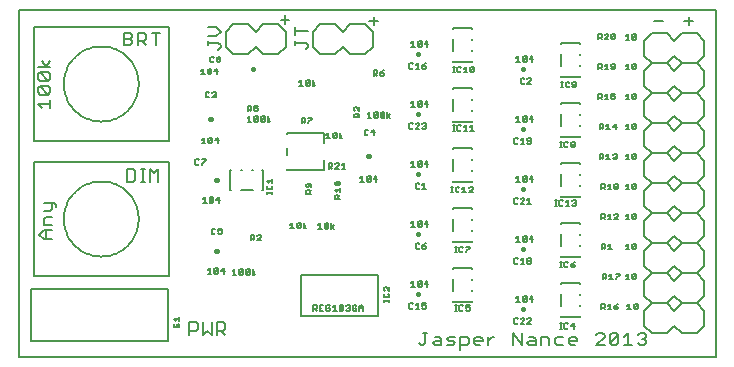
<source format=gto>
G75*
G70*
%OFA0B0*%
%FSLAX24Y24*%
%IPPOS*%
%LPD*%
%AMOC8*
5,1,8,0,0,1.08239X$1,22.5*
%
%ADD10C,0.0080*%
%ADD11C,0.0160*%
%ADD12C,0.0060*%
%ADD13C,0.0050*%
D10*
X001620Y001620D02*
X001620Y013190D01*
X024862Y013190D01*
X024862Y001620D01*
X001620Y001620D01*
X002031Y002164D02*
X006609Y002164D01*
X006609Y003876D01*
X002031Y003876D01*
X002031Y002164D01*
X002120Y004320D02*
X002120Y008120D01*
X006620Y008120D01*
X006620Y004320D01*
X002120Y004320D01*
X002450Y005560D02*
X002310Y005700D01*
X002450Y005840D01*
X002730Y005840D01*
X002730Y006020D02*
X002450Y006020D01*
X002450Y006231D01*
X002520Y006301D01*
X002730Y006301D01*
X002660Y006481D02*
X002450Y006481D01*
X002660Y006481D02*
X002730Y006551D01*
X002730Y006761D01*
X002800Y006761D02*
X002870Y006691D01*
X002870Y006621D01*
X002800Y006761D02*
X002450Y006761D01*
X002520Y005840D02*
X002520Y005560D01*
X002450Y005560D02*
X002730Y005560D01*
X003120Y006220D02*
X003122Y006290D01*
X003128Y006360D01*
X003138Y006429D01*
X003151Y006498D01*
X003169Y006566D01*
X003190Y006633D01*
X003215Y006698D01*
X003244Y006762D01*
X003276Y006825D01*
X003312Y006885D01*
X003351Y006943D01*
X003393Y006999D01*
X003438Y007053D01*
X003486Y007104D01*
X003537Y007152D01*
X003591Y007197D01*
X003647Y007239D01*
X003705Y007278D01*
X003765Y007314D01*
X003828Y007346D01*
X003892Y007375D01*
X003957Y007400D01*
X004024Y007421D01*
X004092Y007439D01*
X004161Y007452D01*
X004230Y007462D01*
X004300Y007468D01*
X004370Y007470D01*
X004440Y007468D01*
X004510Y007462D01*
X004579Y007452D01*
X004648Y007439D01*
X004716Y007421D01*
X004783Y007400D01*
X004848Y007375D01*
X004912Y007346D01*
X004975Y007314D01*
X005035Y007278D01*
X005093Y007239D01*
X005149Y007197D01*
X005203Y007152D01*
X005254Y007104D01*
X005302Y007053D01*
X005347Y006999D01*
X005389Y006943D01*
X005428Y006885D01*
X005464Y006825D01*
X005496Y006762D01*
X005525Y006698D01*
X005550Y006633D01*
X005571Y006566D01*
X005589Y006498D01*
X005602Y006429D01*
X005612Y006360D01*
X005618Y006290D01*
X005620Y006220D01*
X005618Y006150D01*
X005612Y006080D01*
X005602Y006011D01*
X005589Y005942D01*
X005571Y005874D01*
X005550Y005807D01*
X005525Y005742D01*
X005496Y005678D01*
X005464Y005615D01*
X005428Y005555D01*
X005389Y005497D01*
X005347Y005441D01*
X005302Y005387D01*
X005254Y005336D01*
X005203Y005288D01*
X005149Y005243D01*
X005093Y005201D01*
X005035Y005162D01*
X004975Y005126D01*
X004912Y005094D01*
X004848Y005065D01*
X004783Y005040D01*
X004716Y005019D01*
X004648Y005001D01*
X004579Y004988D01*
X004510Y004978D01*
X004440Y004972D01*
X004370Y004970D01*
X004300Y004972D01*
X004230Y004978D01*
X004161Y004988D01*
X004092Y005001D01*
X004024Y005019D01*
X003957Y005040D01*
X003892Y005065D01*
X003828Y005094D01*
X003765Y005126D01*
X003705Y005162D01*
X003647Y005201D01*
X003591Y005243D01*
X003537Y005288D01*
X003486Y005336D01*
X003438Y005387D01*
X003393Y005441D01*
X003351Y005497D01*
X003312Y005555D01*
X003276Y005615D01*
X003244Y005678D01*
X003215Y005742D01*
X003190Y005807D01*
X003169Y005874D01*
X003151Y005942D01*
X003138Y006011D01*
X003128Y006080D01*
X003122Y006150D01*
X003120Y006220D01*
X003122Y006290D01*
X003128Y006360D01*
X003138Y006429D01*
X003151Y006498D01*
X003169Y006566D01*
X003190Y006633D01*
X003215Y006698D01*
X003244Y006762D01*
X003276Y006825D01*
X003312Y006885D01*
X003351Y006943D01*
X003393Y006999D01*
X003438Y007053D01*
X003486Y007104D01*
X003537Y007152D01*
X003591Y007197D01*
X003647Y007239D01*
X003705Y007278D01*
X003765Y007314D01*
X003828Y007346D01*
X003892Y007375D01*
X003957Y007400D01*
X004024Y007421D01*
X004092Y007439D01*
X004161Y007452D01*
X004230Y007462D01*
X004300Y007468D01*
X004370Y007470D01*
X004440Y007468D01*
X004510Y007462D01*
X004579Y007452D01*
X004648Y007439D01*
X004716Y007421D01*
X004783Y007400D01*
X004848Y007375D01*
X004912Y007346D01*
X004975Y007314D01*
X005035Y007278D01*
X005093Y007239D01*
X005149Y007197D01*
X005203Y007152D01*
X005254Y007104D01*
X005302Y007053D01*
X005347Y006999D01*
X005389Y006943D01*
X005428Y006885D01*
X005464Y006825D01*
X005496Y006762D01*
X005525Y006698D01*
X005550Y006633D01*
X005571Y006566D01*
X005589Y006498D01*
X005602Y006429D01*
X005612Y006360D01*
X005618Y006290D01*
X005620Y006220D01*
X005618Y006150D01*
X005612Y006080D01*
X005602Y006011D01*
X005589Y005942D01*
X005571Y005874D01*
X005550Y005807D01*
X005525Y005742D01*
X005496Y005678D01*
X005464Y005615D01*
X005428Y005555D01*
X005389Y005497D01*
X005347Y005441D01*
X005302Y005387D01*
X005254Y005336D01*
X005203Y005288D01*
X005149Y005243D01*
X005093Y005201D01*
X005035Y005162D01*
X004975Y005126D01*
X004912Y005094D01*
X004848Y005065D01*
X004783Y005040D01*
X004716Y005019D01*
X004648Y005001D01*
X004579Y004988D01*
X004510Y004978D01*
X004440Y004972D01*
X004370Y004970D01*
X004300Y004972D01*
X004230Y004978D01*
X004161Y004988D01*
X004092Y005001D01*
X004024Y005019D01*
X003957Y005040D01*
X003892Y005065D01*
X003828Y005094D01*
X003765Y005126D01*
X003705Y005162D01*
X003647Y005201D01*
X003591Y005243D01*
X003537Y005288D01*
X003486Y005336D01*
X003438Y005387D01*
X003393Y005441D01*
X003351Y005497D01*
X003312Y005555D01*
X003276Y005615D01*
X003244Y005678D01*
X003215Y005742D01*
X003190Y005807D01*
X003169Y005874D01*
X003151Y005942D01*
X003138Y006011D01*
X003128Y006080D01*
X003122Y006150D01*
X003120Y006220D01*
X005232Y007460D02*
X005442Y007460D01*
X005513Y007530D01*
X005513Y007810D01*
X005442Y007880D01*
X005232Y007880D01*
X005232Y007460D01*
X005693Y007460D02*
X005833Y007460D01*
X005763Y007460D02*
X005763Y007880D01*
X005693Y007880D02*
X005833Y007880D01*
X006000Y007880D02*
X006140Y007740D01*
X006280Y007880D01*
X006280Y007460D01*
X006000Y007460D02*
X006000Y007880D01*
X006620Y008820D02*
X002120Y008820D01*
X002120Y012620D01*
X006620Y012620D01*
X006620Y008820D01*
X008660Y007839D02*
X008697Y007839D01*
X008660Y007839D02*
X008660Y007201D01*
X008697Y007201D01*
X009014Y007201D02*
X009426Y007201D01*
X009743Y007201D02*
X009780Y007201D01*
X009780Y007839D01*
X009743Y007839D01*
X009426Y007839D02*
X009389Y007839D01*
X009051Y007839D02*
X009014Y007839D01*
X010570Y007860D02*
X011791Y007860D01*
X011791Y008175D01*
X011791Y008765D02*
X011791Y009080D01*
X010570Y009080D01*
X010570Y009061D01*
X010570Y008588D02*
X010570Y008352D01*
X010570Y007879D02*
X010570Y007860D01*
X016101Y007814D02*
X016101Y008226D01*
X016101Y008543D02*
X016101Y008580D01*
X016739Y008580D01*
X016739Y008543D01*
X016739Y008226D02*
X016739Y008189D01*
X016739Y007851D02*
X016739Y007814D01*
X016739Y007497D02*
X016739Y007460D01*
X016101Y007460D01*
X016101Y007497D01*
X016101Y006580D02*
X016101Y006543D01*
X016101Y006580D02*
X016739Y006580D01*
X016739Y006543D01*
X016739Y006226D02*
X016739Y006189D01*
X016739Y005851D02*
X016739Y005814D01*
X016739Y005497D02*
X016739Y005460D01*
X016101Y005460D01*
X016101Y005497D01*
X016101Y005814D02*
X016101Y006226D01*
X016101Y004580D02*
X016101Y004543D01*
X016101Y004580D02*
X016739Y004580D01*
X016739Y004543D01*
X016739Y004226D02*
X016739Y004189D01*
X016739Y003851D02*
X016739Y003814D01*
X016739Y003497D02*
X016739Y003460D01*
X016101Y003460D01*
X016101Y003497D01*
X016101Y003814D02*
X016101Y004226D01*
X013610Y004340D02*
X013610Y003000D01*
X011030Y003000D01*
X011030Y004340D01*
X013610Y004340D01*
X015100Y002430D02*
X015240Y002430D01*
X015170Y002430D02*
X015170Y002080D01*
X015100Y002010D01*
X015030Y002010D01*
X014960Y002080D01*
X015420Y002080D02*
X015490Y002010D01*
X015701Y002010D01*
X015701Y002220D01*
X015631Y002290D01*
X015490Y002290D01*
X015490Y002150D02*
X015701Y002150D01*
X015881Y002220D02*
X015951Y002290D01*
X016161Y002290D01*
X016091Y002150D02*
X015951Y002150D01*
X015881Y002220D01*
X016091Y002150D02*
X016161Y002080D01*
X016091Y002010D01*
X015881Y002010D01*
X016341Y002010D02*
X016551Y002010D01*
X016621Y002080D01*
X016621Y002220D01*
X016551Y002290D01*
X016341Y002290D01*
X016341Y001870D01*
X016802Y002080D02*
X016802Y002220D01*
X016872Y002290D01*
X017012Y002290D01*
X017082Y002220D01*
X017082Y002150D01*
X016802Y002150D01*
X016802Y002080D02*
X016872Y002010D01*
X017012Y002010D01*
X017262Y002010D02*
X017262Y002290D01*
X017262Y002150D02*
X017402Y002290D01*
X017472Y002290D01*
X018106Y002430D02*
X018106Y002010D01*
X018386Y002010D02*
X018386Y002430D01*
X018106Y002430D02*
X018386Y002010D01*
X018566Y002080D02*
X018636Y002150D01*
X018847Y002150D01*
X018847Y002220D02*
X018847Y002010D01*
X018636Y002010D01*
X018566Y002080D01*
X018636Y002290D02*
X018777Y002290D01*
X018847Y002220D01*
X019027Y002290D02*
X019237Y002290D01*
X019307Y002220D01*
X019307Y002010D01*
X019487Y002080D02*
X019557Y002010D01*
X019767Y002010D01*
X019948Y002080D02*
X019948Y002220D01*
X020018Y002290D01*
X020158Y002290D01*
X020228Y002220D01*
X020228Y002150D01*
X019948Y002150D01*
X019948Y002080D02*
X020018Y002010D01*
X020158Y002010D01*
X019767Y002290D02*
X019557Y002290D01*
X019487Y002220D01*
X019487Y002080D01*
X019027Y002010D02*
X019027Y002290D01*
X019701Y002960D02*
X019701Y002997D01*
X019701Y002960D02*
X020339Y002960D01*
X020339Y002997D01*
X020339Y003314D02*
X020339Y003351D01*
X020339Y003689D02*
X020339Y003726D01*
X020339Y004043D02*
X020339Y004080D01*
X019701Y004080D01*
X019701Y004043D01*
X019701Y003726D02*
X019701Y003314D01*
X020868Y002360D02*
X020938Y002430D01*
X021079Y002430D01*
X021149Y002360D01*
X021149Y002290D01*
X020868Y002010D01*
X021149Y002010D01*
X021329Y002080D02*
X021609Y002360D01*
X021609Y002080D01*
X021539Y002010D01*
X021399Y002010D01*
X021329Y002080D01*
X021329Y002360D01*
X021399Y002430D01*
X021539Y002430D01*
X021609Y002360D01*
X021789Y002290D02*
X021929Y002430D01*
X021929Y002010D01*
X021789Y002010D02*
X022069Y002010D01*
X022250Y002080D02*
X022320Y002010D01*
X022460Y002010D01*
X022530Y002080D01*
X022530Y002150D01*
X022460Y002220D01*
X022390Y002220D01*
X022460Y002220D02*
X022530Y002290D01*
X022530Y002360D01*
X022460Y002430D01*
X022320Y002430D01*
X022250Y002360D01*
X022470Y002670D02*
X022470Y003170D01*
X022720Y003420D01*
X022470Y003670D01*
X022470Y004170D01*
X022720Y004420D01*
X022470Y004670D01*
X022470Y005170D01*
X022720Y005420D01*
X022470Y005670D01*
X022470Y006170D01*
X022720Y006420D01*
X022470Y006670D01*
X022470Y007170D01*
X022720Y007420D01*
X022470Y007670D01*
X022470Y008170D01*
X022720Y008420D01*
X022470Y008670D01*
X022470Y009170D01*
X022720Y009420D01*
X022470Y009670D01*
X022470Y010170D01*
X022720Y010420D01*
X022470Y010670D01*
X022470Y011170D01*
X022720Y011420D01*
X022470Y011670D01*
X022470Y012170D01*
X022720Y012420D01*
X023220Y012420D01*
X023470Y012170D01*
X023720Y012420D01*
X024220Y012420D01*
X024470Y012170D01*
X024470Y011670D01*
X024220Y011420D01*
X023720Y011420D01*
X023470Y011670D01*
X023220Y011420D01*
X022720Y011420D01*
X023220Y011420D02*
X023470Y011170D01*
X023720Y011420D01*
X024220Y011420D02*
X024470Y011170D01*
X024470Y010670D01*
X024220Y010420D01*
X023720Y010420D01*
X023470Y010670D01*
X023220Y010420D01*
X022720Y010420D01*
X023220Y010420D02*
X023470Y010170D01*
X023720Y010420D01*
X024220Y010420D02*
X024470Y010170D01*
X024470Y009670D01*
X024220Y009420D01*
X023720Y009420D01*
X023470Y009670D01*
X023220Y009420D01*
X022720Y009420D01*
X023220Y009420D02*
X023470Y009170D01*
X023720Y009420D01*
X024220Y009420D02*
X024470Y009170D01*
X024470Y008670D01*
X024220Y008420D01*
X023720Y008420D01*
X023470Y008670D01*
X023220Y008420D01*
X022720Y008420D01*
X023220Y008420D02*
X023470Y008170D01*
X023720Y008420D01*
X024220Y008420D02*
X024470Y008170D01*
X024470Y007670D01*
X024220Y007420D01*
X023720Y007420D01*
X023470Y007670D01*
X023220Y007420D01*
X022720Y007420D01*
X023220Y007420D02*
X023470Y007170D01*
X023720Y007420D01*
X024220Y007420D02*
X024470Y007170D01*
X024470Y006670D01*
X024220Y006420D01*
X023720Y006420D01*
X023470Y006670D01*
X023220Y006420D01*
X022720Y006420D01*
X023220Y006420D02*
X023470Y006170D01*
X023720Y006420D01*
X024220Y006420D02*
X024470Y006170D01*
X024470Y005670D01*
X024220Y005420D01*
X023720Y005420D01*
X023470Y005670D01*
X023220Y005420D01*
X022720Y005420D01*
X023220Y005420D02*
X023470Y005170D01*
X023720Y005420D01*
X024220Y005420D02*
X024470Y005170D01*
X024470Y004670D01*
X024220Y004420D01*
X023720Y004420D01*
X023470Y004670D01*
X023220Y004420D01*
X022720Y004420D01*
X023220Y004420D02*
X023470Y004170D01*
X023720Y004420D01*
X024220Y004420D02*
X024470Y004170D01*
X024470Y003670D01*
X024220Y003420D01*
X023720Y003420D01*
X023470Y003670D01*
X023220Y003420D01*
X022720Y003420D01*
X023220Y003420D02*
X023470Y003170D01*
X023720Y003420D01*
X024220Y003420D02*
X024470Y003170D01*
X024470Y002670D01*
X024220Y002420D01*
X023720Y002420D01*
X023470Y002670D01*
X023220Y002420D01*
X022720Y002420D01*
X022470Y002670D01*
X020339Y004960D02*
X019701Y004960D01*
X019701Y004997D01*
X019701Y005314D02*
X019701Y005726D01*
X019701Y006043D02*
X019701Y006080D01*
X020339Y006080D01*
X020339Y006043D01*
X020339Y005726D02*
X020339Y005689D01*
X020339Y005351D02*
X020339Y005314D01*
X020339Y004997D02*
X020339Y004960D01*
X020339Y006960D02*
X019701Y006960D01*
X019701Y006997D01*
X019701Y007314D02*
X019701Y007726D01*
X019701Y008043D02*
X019701Y008080D01*
X020339Y008080D01*
X020339Y008043D01*
X020339Y007726D02*
X020339Y007689D01*
X020339Y007351D02*
X020339Y007314D01*
X020339Y006997D02*
X020339Y006960D01*
X020339Y008960D02*
X019701Y008960D01*
X019701Y008997D01*
X019701Y009314D02*
X019701Y009726D01*
X019701Y010043D02*
X019701Y010080D01*
X020339Y010080D01*
X020339Y010043D01*
X020339Y009726D02*
X020339Y009689D01*
X020339Y009351D02*
X020339Y009314D01*
X020339Y008997D02*
X020339Y008960D01*
X016739Y009460D02*
X016739Y009497D01*
X016739Y009460D02*
X016101Y009460D01*
X016101Y009497D01*
X016101Y009814D02*
X016101Y010226D01*
X016101Y010543D02*
X016101Y010580D01*
X016739Y010580D01*
X016739Y010543D01*
X016739Y010226D02*
X016739Y010189D01*
X016739Y009851D02*
X016739Y009814D01*
X019701Y010960D02*
X019701Y010997D01*
X019701Y010960D02*
X020339Y010960D01*
X020339Y010997D01*
X020339Y011314D02*
X020339Y011351D01*
X020339Y011689D02*
X020339Y011726D01*
X020339Y012043D02*
X020339Y012080D01*
X019701Y012080D01*
X019701Y012043D01*
X019701Y011726D02*
X019701Y011314D01*
X016739Y011460D02*
X016739Y011497D01*
X016739Y011460D02*
X016101Y011460D01*
X016101Y011497D01*
X016101Y011814D02*
X016101Y012226D01*
X016101Y012543D02*
X016101Y012580D01*
X016739Y012580D01*
X016739Y012543D01*
X016739Y012226D02*
X016739Y012189D01*
X016739Y011851D02*
X016739Y011814D01*
X013590Y012820D02*
X013310Y012820D01*
X013170Y012720D02*
X012670Y012720D01*
X012420Y012470D01*
X012170Y012720D01*
X011670Y012720D01*
X011420Y012470D01*
X011420Y011970D01*
X011670Y011720D01*
X012170Y011720D01*
X012420Y011970D01*
X012670Y011720D01*
X013170Y011720D01*
X013420Y011970D01*
X013420Y012470D01*
X013170Y012720D01*
X013450Y012680D02*
X013450Y012960D01*
X011260Y012481D02*
X010840Y012481D01*
X010840Y012621D02*
X010840Y012340D01*
X010840Y012160D02*
X010840Y012020D01*
X010840Y012090D02*
X011190Y012090D01*
X011260Y012020D01*
X011260Y011950D01*
X011190Y011880D01*
X010520Y011970D02*
X010270Y011720D01*
X009770Y011720D01*
X009520Y011970D01*
X009270Y011720D01*
X008770Y011720D01*
X008520Y011970D01*
X008520Y012470D01*
X008770Y012720D01*
X009270Y012720D01*
X009520Y012470D01*
X009770Y012720D01*
X010270Y012720D01*
X010520Y012470D01*
X010520Y011970D01*
X010500Y012730D02*
X010500Y013010D01*
X010360Y012870D02*
X010640Y012870D01*
X008350Y012470D02*
X008210Y012610D01*
X007930Y012610D01*
X007930Y012330D02*
X008210Y012330D01*
X008350Y012470D01*
X007930Y012149D02*
X007930Y012009D01*
X007930Y012079D02*
X008280Y012079D01*
X008350Y012009D01*
X008350Y011939D01*
X008280Y011869D01*
X006330Y012430D02*
X006050Y012430D01*
X006190Y012430D02*
X006190Y012010D01*
X005869Y012010D02*
X005729Y012150D01*
X005799Y012150D02*
X005589Y012150D01*
X005589Y012010D02*
X005589Y012430D01*
X005799Y012430D01*
X005869Y012360D01*
X005869Y012220D01*
X005799Y012150D01*
X005409Y012150D02*
X005409Y012080D01*
X005339Y012010D01*
X005129Y012010D01*
X005129Y012430D01*
X005339Y012430D01*
X005409Y012360D01*
X005409Y012290D01*
X005339Y012220D01*
X005129Y012220D01*
X005339Y012220D02*
X005409Y012150D01*
X003120Y010720D02*
X003122Y010790D01*
X003128Y010860D01*
X003138Y010929D01*
X003151Y010998D01*
X003169Y011066D01*
X003190Y011133D01*
X003215Y011198D01*
X003244Y011262D01*
X003276Y011325D01*
X003312Y011385D01*
X003351Y011443D01*
X003393Y011499D01*
X003438Y011553D01*
X003486Y011604D01*
X003537Y011652D01*
X003591Y011697D01*
X003647Y011739D01*
X003705Y011778D01*
X003765Y011814D01*
X003828Y011846D01*
X003892Y011875D01*
X003957Y011900D01*
X004024Y011921D01*
X004092Y011939D01*
X004161Y011952D01*
X004230Y011962D01*
X004300Y011968D01*
X004370Y011970D01*
X004440Y011968D01*
X004510Y011962D01*
X004579Y011952D01*
X004648Y011939D01*
X004716Y011921D01*
X004783Y011900D01*
X004848Y011875D01*
X004912Y011846D01*
X004975Y011814D01*
X005035Y011778D01*
X005093Y011739D01*
X005149Y011697D01*
X005203Y011652D01*
X005254Y011604D01*
X005302Y011553D01*
X005347Y011499D01*
X005389Y011443D01*
X005428Y011385D01*
X005464Y011325D01*
X005496Y011262D01*
X005525Y011198D01*
X005550Y011133D01*
X005571Y011066D01*
X005589Y010998D01*
X005602Y010929D01*
X005612Y010860D01*
X005618Y010790D01*
X005620Y010720D01*
X005618Y010650D01*
X005612Y010580D01*
X005602Y010511D01*
X005589Y010442D01*
X005571Y010374D01*
X005550Y010307D01*
X005525Y010242D01*
X005496Y010178D01*
X005464Y010115D01*
X005428Y010055D01*
X005389Y009997D01*
X005347Y009941D01*
X005302Y009887D01*
X005254Y009836D01*
X005203Y009788D01*
X005149Y009743D01*
X005093Y009701D01*
X005035Y009662D01*
X004975Y009626D01*
X004912Y009594D01*
X004848Y009565D01*
X004783Y009540D01*
X004716Y009519D01*
X004648Y009501D01*
X004579Y009488D01*
X004510Y009478D01*
X004440Y009472D01*
X004370Y009470D01*
X004300Y009472D01*
X004230Y009478D01*
X004161Y009488D01*
X004092Y009501D01*
X004024Y009519D01*
X003957Y009540D01*
X003892Y009565D01*
X003828Y009594D01*
X003765Y009626D01*
X003705Y009662D01*
X003647Y009701D01*
X003591Y009743D01*
X003537Y009788D01*
X003486Y009836D01*
X003438Y009887D01*
X003393Y009941D01*
X003351Y009997D01*
X003312Y010055D01*
X003276Y010115D01*
X003244Y010178D01*
X003215Y010242D01*
X003190Y010307D01*
X003169Y010374D01*
X003151Y010442D01*
X003138Y010511D01*
X003128Y010580D01*
X003122Y010650D01*
X003120Y010720D01*
X002680Y010581D02*
X002680Y010440D01*
X002610Y010370D01*
X002330Y010651D01*
X002610Y010651D01*
X002680Y010581D01*
X002330Y010651D02*
X002260Y010581D01*
X002260Y010440D01*
X002330Y010370D01*
X002610Y010370D01*
X002680Y010190D02*
X002680Y009910D01*
X002680Y010050D02*
X002260Y010050D01*
X002400Y009910D01*
X002330Y010831D02*
X002260Y010901D01*
X002260Y011041D01*
X002330Y011111D01*
X002610Y010831D01*
X002680Y010901D01*
X002680Y011041D01*
X002610Y011111D01*
X002330Y011111D01*
X002330Y010831D02*
X002610Y010831D01*
X002680Y011291D02*
X002260Y011291D01*
X002400Y011501D02*
X002540Y011291D01*
X002680Y011501D01*
X003120Y010720D02*
X003122Y010790D01*
X003128Y010860D01*
X003138Y010929D01*
X003151Y010998D01*
X003169Y011066D01*
X003190Y011133D01*
X003215Y011198D01*
X003244Y011262D01*
X003276Y011325D01*
X003312Y011385D01*
X003351Y011443D01*
X003393Y011499D01*
X003438Y011553D01*
X003486Y011604D01*
X003537Y011652D01*
X003591Y011697D01*
X003647Y011739D01*
X003705Y011778D01*
X003765Y011814D01*
X003828Y011846D01*
X003892Y011875D01*
X003957Y011900D01*
X004024Y011921D01*
X004092Y011939D01*
X004161Y011952D01*
X004230Y011962D01*
X004300Y011968D01*
X004370Y011970D01*
X004440Y011968D01*
X004510Y011962D01*
X004579Y011952D01*
X004648Y011939D01*
X004716Y011921D01*
X004783Y011900D01*
X004848Y011875D01*
X004912Y011846D01*
X004975Y011814D01*
X005035Y011778D01*
X005093Y011739D01*
X005149Y011697D01*
X005203Y011652D01*
X005254Y011604D01*
X005302Y011553D01*
X005347Y011499D01*
X005389Y011443D01*
X005428Y011385D01*
X005464Y011325D01*
X005496Y011262D01*
X005525Y011198D01*
X005550Y011133D01*
X005571Y011066D01*
X005589Y010998D01*
X005602Y010929D01*
X005612Y010860D01*
X005618Y010790D01*
X005620Y010720D01*
X005618Y010650D01*
X005612Y010580D01*
X005602Y010511D01*
X005589Y010442D01*
X005571Y010374D01*
X005550Y010307D01*
X005525Y010242D01*
X005496Y010178D01*
X005464Y010115D01*
X005428Y010055D01*
X005389Y009997D01*
X005347Y009941D01*
X005302Y009887D01*
X005254Y009836D01*
X005203Y009788D01*
X005149Y009743D01*
X005093Y009701D01*
X005035Y009662D01*
X004975Y009626D01*
X004912Y009594D01*
X004848Y009565D01*
X004783Y009540D01*
X004716Y009519D01*
X004648Y009501D01*
X004579Y009488D01*
X004510Y009478D01*
X004440Y009472D01*
X004370Y009470D01*
X004300Y009472D01*
X004230Y009478D01*
X004161Y009488D01*
X004092Y009501D01*
X004024Y009519D01*
X003957Y009540D01*
X003892Y009565D01*
X003828Y009594D01*
X003765Y009626D01*
X003705Y009662D01*
X003647Y009701D01*
X003591Y009743D01*
X003537Y009788D01*
X003486Y009836D01*
X003438Y009887D01*
X003393Y009941D01*
X003351Y009997D01*
X003312Y010055D01*
X003276Y010115D01*
X003244Y010178D01*
X003215Y010242D01*
X003190Y010307D01*
X003169Y010374D01*
X003151Y010442D01*
X003138Y010511D01*
X003128Y010580D01*
X003122Y010650D01*
X003120Y010720D01*
X007310Y002780D02*
X007520Y002780D01*
X007590Y002710D01*
X007590Y002570D01*
X007520Y002500D01*
X007310Y002500D01*
X007310Y002360D02*
X007310Y002780D01*
X007770Y002780D02*
X007770Y002360D01*
X007911Y002500D01*
X008051Y002360D01*
X008051Y002780D01*
X008231Y002780D02*
X008441Y002780D01*
X008511Y002710D01*
X008511Y002570D01*
X008441Y002500D01*
X008231Y002500D01*
X008371Y002500D02*
X008511Y002360D01*
X008231Y002360D02*
X008231Y002780D01*
X015420Y002080D02*
X015490Y002150D01*
X023950Y012680D02*
X023950Y012960D01*
X023810Y012820D02*
X024090Y012820D01*
X023090Y012820D02*
X022810Y012820D01*
D11*
X018420Y011232D02*
X018420Y011208D01*
X014920Y011708D02*
X014920Y011732D01*
X014920Y009732D02*
X014920Y009708D01*
X013282Y008320D02*
X013258Y008320D01*
X014920Y007732D02*
X014920Y007708D01*
X018420Y007232D02*
X018420Y007208D01*
X014920Y005732D02*
X014920Y005708D01*
X018420Y005232D02*
X018420Y005208D01*
X014920Y003732D02*
X014920Y003708D01*
X018420Y003232D02*
X018420Y003208D01*
X008232Y005170D02*
X008208Y005170D01*
X008208Y007520D02*
X008232Y007520D01*
X008032Y009570D02*
X008008Y009570D01*
X009420Y011208D02*
X009420Y011232D01*
X018420Y009232D02*
X018420Y009208D01*
D12*
X018463Y009460D02*
X018433Y009490D01*
X018553Y009610D01*
X018553Y009490D01*
X018523Y009460D01*
X018463Y009460D01*
X018433Y009490D02*
X018433Y009610D01*
X018463Y009640D01*
X018523Y009640D01*
X018553Y009610D01*
X018654Y009550D02*
X018774Y009550D01*
X018744Y009460D02*
X018744Y009640D01*
X018654Y009550D01*
X018332Y009460D02*
X018212Y009460D01*
X018272Y009460D02*
X018272Y009640D01*
X018212Y009580D01*
X018227Y008915D02*
X018167Y008915D01*
X018137Y008885D01*
X018137Y008765D01*
X018167Y008735D01*
X018227Y008735D01*
X018257Y008765D01*
X018358Y008735D02*
X018478Y008735D01*
X018418Y008735D02*
X018418Y008915D01*
X018358Y008855D01*
X018257Y008885D02*
X018227Y008915D01*
X018579Y008885D02*
X018579Y008855D01*
X018609Y008825D01*
X018699Y008825D01*
X018699Y008765D02*
X018699Y008885D01*
X018669Y008915D01*
X018609Y008915D01*
X018579Y008885D01*
X018579Y008765D02*
X018609Y008735D01*
X018669Y008735D01*
X018699Y008765D01*
X019661Y008790D02*
X019721Y008790D01*
X019691Y008790D02*
X019691Y008610D01*
X019661Y008610D02*
X019721Y008610D01*
X019808Y008640D02*
X019838Y008610D01*
X019898Y008610D01*
X019928Y008640D01*
X020029Y008640D02*
X020029Y008670D01*
X020059Y008700D01*
X020119Y008700D01*
X020149Y008670D01*
X020149Y008640D01*
X020119Y008610D01*
X020059Y008610D01*
X020029Y008640D01*
X020059Y008700D02*
X020029Y008730D01*
X020029Y008760D01*
X020059Y008790D01*
X020119Y008790D01*
X020149Y008760D01*
X020149Y008730D01*
X020119Y008700D01*
X019928Y008760D02*
X019898Y008790D01*
X019838Y008790D01*
X019808Y008760D01*
X019808Y008640D01*
X020987Y008390D02*
X020987Y008210D01*
X020987Y008270D02*
X021077Y008270D01*
X021107Y008300D01*
X021107Y008360D01*
X021077Y008390D01*
X020987Y008390D01*
X021047Y008270D02*
X021107Y008210D01*
X021208Y008210D02*
X021328Y008210D01*
X021268Y008210D02*
X021268Y008390D01*
X021208Y008330D01*
X021429Y008360D02*
X021459Y008390D01*
X021519Y008390D01*
X021549Y008360D01*
X021549Y008330D01*
X021519Y008300D01*
X021549Y008270D01*
X021549Y008240D01*
X021519Y008210D01*
X021459Y008210D01*
X021429Y008240D01*
X021489Y008300D02*
X021519Y008300D01*
X021858Y008330D02*
X021918Y008390D01*
X021918Y008210D01*
X021858Y008210D02*
X021978Y008210D01*
X022079Y008240D02*
X022199Y008360D01*
X022199Y008240D01*
X022169Y008210D01*
X022109Y008210D01*
X022079Y008240D01*
X022079Y008360D01*
X022109Y008390D01*
X022169Y008390D01*
X022199Y008360D01*
X022169Y009210D02*
X022109Y009210D01*
X022079Y009240D01*
X022199Y009360D01*
X022199Y009240D01*
X022169Y009210D01*
X022079Y009240D02*
X022079Y009360D01*
X022109Y009390D01*
X022169Y009390D01*
X022199Y009360D01*
X021978Y009210D02*
X021858Y009210D01*
X021918Y009210D02*
X021918Y009390D01*
X021858Y009330D01*
X021549Y009300D02*
X021429Y009300D01*
X021519Y009390D01*
X021519Y009210D01*
X021328Y009210D02*
X021208Y009210D01*
X021268Y009210D02*
X021268Y009390D01*
X021208Y009330D01*
X021107Y009300D02*
X021077Y009270D01*
X020987Y009270D01*
X020987Y009210D02*
X020987Y009390D01*
X021077Y009390D01*
X021107Y009360D01*
X021107Y009300D01*
X021047Y009270D02*
X021107Y009210D01*
X021057Y010210D02*
X020997Y010270D01*
X021027Y010270D02*
X020937Y010270D01*
X020937Y010210D02*
X020937Y010390D01*
X021027Y010390D01*
X021057Y010360D01*
X021057Y010300D01*
X021027Y010270D01*
X021158Y010210D02*
X021278Y010210D01*
X021218Y010210D02*
X021218Y010390D01*
X021158Y010330D01*
X021379Y010300D02*
X021439Y010330D01*
X021469Y010330D01*
X021499Y010300D01*
X021499Y010240D01*
X021469Y010210D01*
X021409Y010210D01*
X021379Y010240D01*
X021379Y010300D02*
X021379Y010390D01*
X021499Y010390D01*
X021858Y010330D02*
X021918Y010390D01*
X021918Y010210D01*
X021858Y010210D02*
X021978Y010210D01*
X022079Y010240D02*
X022199Y010360D01*
X022199Y010240D01*
X022169Y010210D01*
X022109Y010210D01*
X022079Y010240D01*
X022079Y010360D01*
X022109Y010390D01*
X022169Y010390D01*
X022199Y010360D01*
X022169Y011210D02*
X022109Y011210D01*
X022079Y011240D01*
X022199Y011360D01*
X022199Y011240D01*
X022169Y011210D01*
X022079Y011240D02*
X022079Y011360D01*
X022109Y011390D01*
X022169Y011390D01*
X022199Y011360D01*
X021978Y011210D02*
X021858Y011210D01*
X021918Y011210D02*
X021918Y011390D01*
X021858Y011330D01*
X021499Y011300D02*
X021409Y011300D01*
X021379Y011330D01*
X021379Y011360D01*
X021409Y011390D01*
X021469Y011390D01*
X021499Y011360D01*
X021499Y011240D01*
X021469Y011210D01*
X021409Y011210D01*
X021379Y011240D01*
X021278Y011210D02*
X021158Y011210D01*
X021218Y011210D02*
X021218Y011390D01*
X021158Y011330D01*
X021057Y011300D02*
X021027Y011270D01*
X020937Y011270D01*
X020937Y011210D02*
X020937Y011390D01*
X021027Y011390D01*
X021057Y011360D01*
X021057Y011300D01*
X020997Y011270D02*
X021057Y011210D01*
X020199Y010760D02*
X020169Y010790D01*
X020109Y010790D01*
X020079Y010760D01*
X020079Y010730D01*
X020109Y010700D01*
X020199Y010700D01*
X020199Y010640D02*
X020199Y010760D01*
X020199Y010640D02*
X020169Y010610D01*
X020109Y010610D01*
X020079Y010640D01*
X019978Y010640D02*
X019948Y010610D01*
X019888Y010610D01*
X019858Y010640D01*
X019858Y010760D01*
X019888Y010790D01*
X019948Y010790D01*
X019978Y010760D01*
X019771Y010790D02*
X019711Y010790D01*
X019741Y010790D02*
X019741Y010610D01*
X019711Y010610D02*
X019771Y010610D01*
X018699Y010735D02*
X018579Y010735D01*
X018699Y010855D01*
X018699Y010885D01*
X018669Y010915D01*
X018609Y010915D01*
X018579Y010885D01*
X018478Y010885D02*
X018448Y010915D01*
X018388Y010915D01*
X018358Y010885D01*
X018358Y010765D01*
X018388Y010735D01*
X018448Y010735D01*
X018478Y010765D01*
X018463Y011460D02*
X018433Y011490D01*
X018553Y011610D01*
X018553Y011490D01*
X018523Y011460D01*
X018463Y011460D01*
X018433Y011490D02*
X018433Y011610D01*
X018463Y011640D01*
X018523Y011640D01*
X018553Y011610D01*
X018654Y011550D02*
X018774Y011550D01*
X018744Y011460D02*
X018744Y011640D01*
X018654Y011550D01*
X018332Y011460D02*
X018212Y011460D01*
X018272Y011460D02*
X018272Y011640D01*
X018212Y011580D01*
X016799Y011260D02*
X016679Y011140D01*
X016709Y011110D01*
X016769Y011110D01*
X016799Y011140D01*
X016799Y011260D01*
X016769Y011290D01*
X016709Y011290D01*
X016679Y011260D01*
X016679Y011140D01*
X016578Y011110D02*
X016458Y011110D01*
X016518Y011110D02*
X016518Y011290D01*
X016458Y011230D01*
X016357Y011260D02*
X016327Y011290D01*
X016267Y011290D01*
X016237Y011260D01*
X016237Y011140D01*
X016267Y011110D01*
X016327Y011110D01*
X016357Y011140D01*
X016150Y011110D02*
X016090Y011110D01*
X016120Y011110D02*
X016120Y011290D01*
X016090Y011290D02*
X016150Y011290D01*
X015199Y011295D02*
X015169Y011325D01*
X015079Y011325D01*
X015079Y011265D01*
X015109Y011235D01*
X015169Y011235D01*
X015199Y011265D01*
X015199Y011295D01*
X015139Y011385D02*
X015079Y011325D01*
X015139Y011385D02*
X015199Y011415D01*
X014918Y011415D02*
X014858Y011355D01*
X014918Y011415D02*
X014918Y011235D01*
X014858Y011235D02*
X014978Y011235D01*
X014757Y011265D02*
X014727Y011235D01*
X014667Y011235D01*
X014637Y011265D01*
X014637Y011385D01*
X014667Y011415D01*
X014727Y011415D01*
X014757Y011385D01*
X014772Y011960D02*
X014772Y012140D01*
X014712Y012080D01*
X014712Y011960D02*
X014832Y011960D01*
X014933Y011990D02*
X014963Y011960D01*
X015023Y011960D01*
X015053Y011990D01*
X015053Y012110D01*
X014933Y011990D01*
X014933Y012110D01*
X014963Y012140D01*
X015023Y012140D01*
X015053Y012110D01*
X015154Y012050D02*
X015274Y012050D01*
X015244Y011960D02*
X015244Y012140D01*
X015154Y012050D01*
X013791Y011180D02*
X013731Y011150D01*
X013671Y011090D01*
X013761Y011090D01*
X013791Y011060D01*
X013791Y011030D01*
X013761Y011000D01*
X013701Y011000D01*
X013671Y011030D01*
X013671Y011090D01*
X013570Y011090D02*
X013570Y011150D01*
X013540Y011180D01*
X013450Y011180D01*
X013450Y011000D01*
X013450Y011060D02*
X013540Y011060D01*
X013570Y011090D01*
X013510Y011060D02*
X013570Y011000D01*
X014712Y010080D02*
X014772Y010140D01*
X014772Y009960D01*
X014712Y009960D02*
X014832Y009960D01*
X014933Y009990D02*
X014963Y009960D01*
X015023Y009960D01*
X015053Y009990D01*
X015053Y010110D01*
X014933Y009990D01*
X014933Y010110D01*
X014963Y010140D01*
X015023Y010140D01*
X015053Y010110D01*
X015154Y010050D02*
X015244Y010140D01*
X015244Y009960D01*
X015274Y010050D02*
X015154Y010050D01*
X015169Y009415D02*
X015199Y009385D01*
X015199Y009355D01*
X015169Y009325D01*
X015199Y009295D01*
X015199Y009265D01*
X015169Y009235D01*
X015109Y009235D01*
X015079Y009265D01*
X015139Y009325D02*
X015169Y009325D01*
X015169Y009415D02*
X015109Y009415D01*
X015079Y009385D01*
X014978Y009385D02*
X014948Y009415D01*
X014888Y009415D01*
X014858Y009385D01*
X014757Y009385D02*
X014727Y009415D01*
X014667Y009415D01*
X014637Y009385D01*
X014637Y009265D01*
X014667Y009235D01*
X014727Y009235D01*
X014757Y009265D01*
X014858Y009235D02*
X014978Y009355D01*
X014978Y009385D01*
X014978Y009235D02*
X014858Y009235D01*
X014003Y009600D02*
X013913Y009660D01*
X014003Y009720D01*
X013913Y009780D02*
X013913Y009600D01*
X013812Y009630D02*
X013812Y009750D01*
X013692Y009630D01*
X013722Y009600D01*
X013782Y009600D01*
X013812Y009630D01*
X013692Y009630D02*
X013692Y009750D01*
X013722Y009780D01*
X013782Y009780D01*
X013812Y009750D01*
X013591Y009750D02*
X013471Y009630D01*
X013501Y009600D01*
X013561Y009600D01*
X013591Y009630D01*
X013591Y009750D01*
X013561Y009780D01*
X013501Y009780D01*
X013471Y009750D01*
X013471Y009630D01*
X013370Y009600D02*
X013250Y009600D01*
X013310Y009600D02*
X013310Y009780D01*
X013250Y009720D01*
X012980Y009728D02*
X012920Y009668D01*
X012980Y009638D02*
X012950Y009608D01*
X012830Y009608D01*
X012800Y009638D01*
X012800Y009698D01*
X012830Y009728D01*
X012950Y009728D01*
X012980Y009698D01*
X012980Y009638D01*
X012980Y009829D02*
X012860Y009949D01*
X012830Y009949D01*
X012800Y009919D01*
X012800Y009859D01*
X012830Y009829D01*
X012980Y009829D02*
X012980Y009949D01*
X013180Y009205D02*
X013150Y009175D01*
X013150Y009055D01*
X013180Y009025D01*
X013240Y009025D01*
X013270Y009055D01*
X013371Y009115D02*
X013491Y009115D01*
X013461Y009025D02*
X013461Y009205D01*
X013371Y009115D01*
X013270Y009175D02*
X013240Y009205D01*
X013180Y009205D01*
X012406Y009030D02*
X012316Y008970D01*
X012406Y008910D01*
X012316Y008910D02*
X012316Y009090D01*
X012215Y009060D02*
X012095Y008940D01*
X012125Y008910D01*
X012185Y008910D01*
X012215Y008940D01*
X012215Y009060D01*
X012185Y009090D01*
X012125Y009090D01*
X012095Y009060D01*
X012095Y008940D01*
X011994Y008910D02*
X011874Y008910D01*
X011934Y008910D02*
X011934Y009090D01*
X011874Y009030D01*
X011279Y009410D02*
X011279Y009440D01*
X011399Y009560D01*
X011399Y009590D01*
X011279Y009590D01*
X011178Y009560D02*
X011178Y009500D01*
X011148Y009470D01*
X011058Y009470D01*
X011058Y009410D02*
X011058Y009590D01*
X011148Y009590D01*
X011178Y009560D01*
X011118Y009470D02*
X011178Y009410D01*
X010006Y009460D02*
X009916Y009520D01*
X010006Y009580D01*
X009916Y009640D02*
X009916Y009460D01*
X009815Y009490D02*
X009785Y009460D01*
X009725Y009460D01*
X009695Y009490D01*
X009815Y009610D01*
X009815Y009490D01*
X009815Y009610D02*
X009785Y009640D01*
X009725Y009640D01*
X009695Y009610D01*
X009695Y009490D01*
X009594Y009490D02*
X009594Y009610D01*
X009474Y009490D01*
X009504Y009460D01*
X009564Y009460D01*
X009594Y009490D01*
X009594Y009610D02*
X009564Y009640D01*
X009504Y009640D01*
X009474Y009610D01*
X009474Y009490D01*
X009373Y009460D02*
X009253Y009460D01*
X009313Y009460D02*
X009313Y009640D01*
X009253Y009580D01*
X009258Y009810D02*
X009258Y009990D01*
X009348Y009990D01*
X009378Y009960D01*
X009378Y009900D01*
X009348Y009870D01*
X009258Y009870D01*
X009318Y009870D02*
X009378Y009810D01*
X009479Y009840D02*
X009509Y009810D01*
X009569Y009810D01*
X009599Y009840D01*
X009599Y009900D01*
X009569Y009930D01*
X009539Y009930D01*
X009479Y009900D01*
X009479Y009990D01*
X009599Y009990D01*
X008191Y010305D02*
X008161Y010275D01*
X008101Y010275D01*
X008071Y010305D01*
X008131Y010365D02*
X008161Y010365D01*
X008191Y010335D01*
X008191Y010305D01*
X008161Y010365D02*
X008191Y010395D01*
X008191Y010425D01*
X008161Y010455D01*
X008101Y010455D01*
X008071Y010425D01*
X007970Y010425D02*
X007940Y010455D01*
X007880Y010455D01*
X007850Y010425D01*
X007850Y010305D01*
X007880Y010275D01*
X007940Y010275D01*
X007970Y010305D01*
X007951Y011050D02*
X007921Y011080D01*
X008041Y011200D01*
X008041Y011080D01*
X008011Y011050D01*
X007951Y011050D01*
X007921Y011080D02*
X007921Y011200D01*
X007951Y011230D01*
X008011Y011230D01*
X008041Y011200D01*
X008142Y011140D02*
X008262Y011140D01*
X008232Y011050D02*
X008232Y011230D01*
X008142Y011140D01*
X007820Y011050D02*
X007700Y011050D01*
X007760Y011050D02*
X007760Y011230D01*
X007700Y011170D01*
X008000Y011480D02*
X008030Y011450D01*
X008090Y011450D01*
X008120Y011480D01*
X008221Y011480D02*
X008221Y011510D01*
X008251Y011540D01*
X008311Y011540D01*
X008341Y011510D01*
X008341Y011480D01*
X008311Y011450D01*
X008251Y011450D01*
X008221Y011480D01*
X008251Y011540D02*
X008221Y011570D01*
X008221Y011600D01*
X008251Y011630D01*
X008311Y011630D01*
X008341Y011600D01*
X008341Y011570D01*
X008311Y011540D01*
X008120Y011600D02*
X008090Y011630D01*
X008030Y011630D01*
X008000Y011600D01*
X008000Y011480D01*
X010974Y010780D02*
X011034Y010840D01*
X011034Y010660D01*
X010974Y010660D02*
X011094Y010660D01*
X011195Y010690D02*
X011225Y010660D01*
X011285Y010660D01*
X011315Y010690D01*
X011315Y010810D01*
X011195Y010690D01*
X011195Y010810D01*
X011225Y010840D01*
X011285Y010840D01*
X011315Y010810D01*
X011416Y010840D02*
X011416Y010660D01*
X011416Y010720D02*
X011506Y010660D01*
X011416Y010720D02*
X011506Y010780D01*
X008257Y008930D02*
X008167Y008840D01*
X008287Y008840D01*
X008257Y008750D02*
X008257Y008930D01*
X008066Y008900D02*
X007946Y008780D01*
X007976Y008750D01*
X008036Y008750D01*
X008066Y008780D01*
X008066Y008900D01*
X008036Y008930D01*
X007976Y008930D01*
X007946Y008900D01*
X007946Y008780D01*
X007845Y008750D02*
X007725Y008750D01*
X007785Y008750D02*
X007785Y008930D01*
X007725Y008870D01*
X007729Y008215D02*
X007849Y008215D01*
X007849Y008185D01*
X007729Y008065D01*
X007729Y008035D01*
X007628Y008065D02*
X007598Y008035D01*
X007538Y008035D01*
X007508Y008065D01*
X007508Y008185D01*
X007538Y008215D01*
X007598Y008215D01*
X007628Y008185D01*
X007822Y006940D02*
X007822Y006760D01*
X007762Y006760D02*
X007882Y006760D01*
X007983Y006790D02*
X008103Y006910D01*
X008103Y006790D01*
X008073Y006760D01*
X008013Y006760D01*
X007983Y006790D01*
X007983Y006910D01*
X008013Y006940D01*
X008073Y006940D01*
X008103Y006910D01*
X008204Y006850D02*
X008324Y006850D01*
X008294Y006760D02*
X008294Y006940D01*
X008204Y006850D01*
X007822Y006940D02*
X007762Y006880D01*
X008080Y005905D02*
X008050Y005875D01*
X008050Y005755D01*
X008080Y005725D01*
X008140Y005725D01*
X008170Y005755D01*
X008271Y005755D02*
X008301Y005725D01*
X008361Y005725D01*
X008391Y005755D01*
X008391Y005815D01*
X008361Y005845D01*
X008331Y005845D01*
X008271Y005815D01*
X008271Y005905D01*
X008391Y005905D01*
X008170Y005875D02*
X008140Y005905D01*
X008080Y005905D01*
X009358Y005690D02*
X009358Y005510D01*
X009358Y005570D02*
X009448Y005570D01*
X009478Y005600D01*
X009478Y005660D01*
X009448Y005690D01*
X009358Y005690D01*
X009418Y005570D02*
X009478Y005510D01*
X009579Y005510D02*
X009699Y005630D01*
X009699Y005660D01*
X009669Y005690D01*
X009609Y005690D01*
X009579Y005660D01*
X009579Y005510D02*
X009699Y005510D01*
X010674Y005910D02*
X010794Y005910D01*
X010734Y005910D02*
X010734Y006090D01*
X010674Y006030D01*
X010895Y006060D02*
X010925Y006090D01*
X010985Y006090D01*
X011015Y006060D01*
X010895Y005940D01*
X010925Y005910D01*
X010985Y005910D01*
X011015Y005940D01*
X011015Y006060D01*
X011116Y006090D02*
X011116Y005910D01*
X011116Y005970D02*
X011206Y005910D01*
X011116Y005970D02*
X011206Y006030D01*
X010895Y006060D02*
X010895Y005940D01*
X011600Y005900D02*
X011720Y005900D01*
X011660Y005900D02*
X011660Y006080D01*
X011600Y006020D01*
X011821Y006050D02*
X011851Y006080D01*
X011911Y006080D01*
X011941Y006050D01*
X011821Y005930D01*
X011851Y005900D01*
X011911Y005900D01*
X011941Y005930D01*
X011941Y006050D01*
X012042Y006080D02*
X012042Y005900D01*
X012042Y005960D02*
X012132Y005900D01*
X012042Y005960D02*
X012132Y006020D01*
X011821Y006050D02*
X011821Y005930D01*
X012160Y006900D02*
X012160Y006990D01*
X012190Y007020D01*
X012250Y007020D01*
X012280Y006990D01*
X012280Y006900D01*
X012340Y006900D02*
X012160Y006900D01*
X012280Y006960D02*
X012340Y007020D01*
X012340Y007121D02*
X012340Y007241D01*
X012340Y007181D02*
X012160Y007181D01*
X012220Y007121D01*
X012190Y007342D02*
X012160Y007372D01*
X012160Y007432D01*
X012190Y007462D01*
X012310Y007342D01*
X012340Y007372D01*
X012340Y007432D01*
X012310Y007462D01*
X012190Y007462D01*
X012190Y007342D02*
X012310Y007342D01*
X013012Y007460D02*
X013132Y007460D01*
X013072Y007460D02*
X013072Y007640D01*
X013012Y007580D01*
X013233Y007610D02*
X013233Y007490D01*
X013353Y007610D01*
X013353Y007490D01*
X013323Y007460D01*
X013263Y007460D01*
X013233Y007490D01*
X013233Y007610D02*
X013263Y007640D01*
X013323Y007640D01*
X013353Y007610D01*
X013454Y007550D02*
X013574Y007550D01*
X013544Y007460D02*
X013544Y007640D01*
X013454Y007550D01*
X012512Y007900D02*
X012392Y007900D01*
X012452Y007900D02*
X012452Y008080D01*
X012392Y008020D01*
X012291Y008020D02*
X012291Y008050D01*
X012261Y008080D01*
X012201Y008080D01*
X012171Y008050D01*
X012070Y008050D02*
X012070Y007990D01*
X012040Y007960D01*
X011950Y007960D01*
X011950Y007900D02*
X011950Y008080D01*
X012040Y008080D01*
X012070Y008050D01*
X012010Y007960D02*
X012070Y007900D01*
X012171Y007900D02*
X012291Y008020D01*
X012291Y007900D02*
X012171Y007900D01*
X011380Y007369D02*
X011350Y007399D01*
X011230Y007399D01*
X011200Y007369D01*
X011200Y007309D01*
X011230Y007279D01*
X011260Y007279D01*
X011290Y007309D01*
X011290Y007399D01*
X011380Y007369D02*
X011380Y007309D01*
X011350Y007279D01*
X011380Y007178D02*
X011320Y007118D01*
X011320Y007148D02*
X011320Y007058D01*
X011380Y007058D02*
X011200Y007058D01*
X011200Y007148D01*
X011230Y007178D01*
X011290Y007178D01*
X011320Y007148D01*
X010080Y007121D02*
X010080Y007061D01*
X010080Y007091D02*
X009900Y007091D01*
X009900Y007061D02*
X009900Y007121D01*
X009930Y007208D02*
X009900Y007238D01*
X009900Y007298D01*
X009930Y007328D01*
X009960Y007429D02*
X009900Y007489D01*
X010080Y007489D01*
X010080Y007429D02*
X010080Y007549D01*
X010050Y007328D02*
X010080Y007298D01*
X010080Y007238D01*
X010050Y007208D01*
X009930Y007208D01*
X014712Y007960D02*
X014832Y007960D01*
X014772Y007960D02*
X014772Y008140D01*
X014712Y008080D01*
X014933Y008110D02*
X014963Y008140D01*
X015023Y008140D01*
X015053Y008110D01*
X014933Y007990D01*
X014963Y007960D01*
X015023Y007960D01*
X015053Y007990D01*
X015053Y008110D01*
X015154Y008050D02*
X015244Y008140D01*
X015244Y007960D01*
X015274Y008050D02*
X015154Y008050D01*
X014933Y007990D02*
X014933Y008110D01*
X014948Y007415D02*
X014888Y007415D01*
X014858Y007385D01*
X014858Y007265D01*
X014888Y007235D01*
X014948Y007235D01*
X014978Y007265D01*
X015079Y007235D02*
X015199Y007235D01*
X015139Y007235D02*
X015139Y007415D01*
X015079Y007355D01*
X014978Y007385D02*
X014948Y007415D01*
X016040Y007290D02*
X016100Y007290D01*
X016070Y007290D02*
X016070Y007110D01*
X016040Y007110D02*
X016100Y007110D01*
X016187Y007140D02*
X016187Y007260D01*
X016217Y007290D01*
X016277Y007290D01*
X016307Y007260D01*
X016408Y007230D02*
X016468Y007290D01*
X016468Y007110D01*
X016408Y007110D02*
X016528Y007110D01*
X016629Y007110D02*
X016749Y007230D01*
X016749Y007260D01*
X016719Y007290D01*
X016659Y007290D01*
X016629Y007260D01*
X016629Y007110D02*
X016749Y007110D01*
X016307Y007140D02*
X016277Y007110D01*
X016217Y007110D01*
X016187Y007140D01*
X018137Y006885D02*
X018137Y006765D01*
X018167Y006735D01*
X018227Y006735D01*
X018257Y006765D01*
X018358Y006735D02*
X018478Y006855D01*
X018478Y006885D01*
X018448Y006915D01*
X018388Y006915D01*
X018358Y006885D01*
X018257Y006885D02*
X018227Y006915D01*
X018167Y006915D01*
X018137Y006885D01*
X018358Y006735D02*
X018478Y006735D01*
X018579Y006735D02*
X018699Y006735D01*
X018639Y006735D02*
X018639Y006915D01*
X018579Y006855D01*
X019490Y006840D02*
X019550Y006840D01*
X019520Y006840D02*
X019520Y006660D01*
X019490Y006660D02*
X019550Y006660D01*
X019637Y006690D02*
X019637Y006810D01*
X019667Y006840D01*
X019727Y006840D01*
X019757Y006810D01*
X019858Y006780D02*
X019918Y006840D01*
X019918Y006660D01*
X019858Y006660D02*
X019978Y006660D01*
X020079Y006690D02*
X020109Y006660D01*
X020169Y006660D01*
X020199Y006690D01*
X020199Y006720D01*
X020169Y006750D01*
X020139Y006750D01*
X020169Y006750D02*
X020199Y006780D01*
X020199Y006810D01*
X020169Y006840D01*
X020109Y006840D01*
X020079Y006810D01*
X019757Y006690D02*
X019727Y006660D01*
X019667Y006660D01*
X019637Y006690D01*
X018744Y007460D02*
X018744Y007640D01*
X018654Y007550D01*
X018774Y007550D01*
X018553Y007490D02*
X018523Y007460D01*
X018463Y007460D01*
X018433Y007490D01*
X018553Y007610D01*
X018553Y007490D01*
X018433Y007490D02*
X018433Y007610D01*
X018463Y007640D01*
X018523Y007640D01*
X018553Y007610D01*
X018332Y007460D02*
X018212Y007460D01*
X018272Y007460D02*
X018272Y007640D01*
X018212Y007580D01*
X021037Y007390D02*
X021037Y007210D01*
X021037Y007270D02*
X021127Y007270D01*
X021157Y007300D01*
X021157Y007360D01*
X021127Y007390D01*
X021037Y007390D01*
X021097Y007270D02*
X021157Y007210D01*
X021258Y007210D02*
X021378Y007210D01*
X021318Y007210D02*
X021318Y007390D01*
X021258Y007330D01*
X021479Y007330D02*
X021479Y007360D01*
X021509Y007390D01*
X021569Y007390D01*
X021599Y007360D01*
X021599Y007330D01*
X021569Y007300D01*
X021509Y007300D01*
X021479Y007330D01*
X021509Y007300D02*
X021479Y007270D01*
X021479Y007240D01*
X021509Y007210D01*
X021569Y007210D01*
X021599Y007240D01*
X021599Y007270D01*
X021569Y007300D01*
X021858Y007330D02*
X021918Y007390D01*
X021918Y007210D01*
X021858Y007210D02*
X021978Y007210D01*
X022079Y007240D02*
X022199Y007360D01*
X022199Y007240D01*
X022169Y007210D01*
X022109Y007210D01*
X022079Y007240D01*
X022079Y007360D01*
X022109Y007390D01*
X022169Y007390D01*
X022199Y007360D01*
X022169Y006390D02*
X022199Y006360D01*
X022079Y006240D01*
X022109Y006210D01*
X022169Y006210D01*
X022199Y006240D01*
X022199Y006360D01*
X022169Y006390D02*
X022109Y006390D01*
X022079Y006360D01*
X022079Y006240D01*
X021978Y006210D02*
X021858Y006210D01*
X021918Y006210D02*
X021918Y006390D01*
X021858Y006330D01*
X021599Y006330D02*
X021599Y006360D01*
X021569Y006390D01*
X021509Y006390D01*
X021479Y006360D01*
X021599Y006330D02*
X021479Y006210D01*
X021599Y006210D01*
X021378Y006210D02*
X021258Y006210D01*
X021318Y006210D02*
X021318Y006390D01*
X021258Y006330D01*
X021157Y006360D02*
X021157Y006300D01*
X021127Y006270D01*
X021037Y006270D01*
X021037Y006210D02*
X021037Y006390D01*
X021127Y006390D01*
X021157Y006360D01*
X021097Y006270D02*
X021157Y006210D01*
X021148Y005390D02*
X021178Y005360D01*
X021178Y005300D01*
X021148Y005270D01*
X021058Y005270D01*
X021058Y005210D02*
X021058Y005390D01*
X021148Y005390D01*
X021118Y005270D02*
X021178Y005210D01*
X021279Y005210D02*
X021399Y005210D01*
X021339Y005210D02*
X021339Y005390D01*
X021279Y005330D01*
X021858Y005330D02*
X021918Y005390D01*
X021918Y005210D01*
X021858Y005210D02*
X021978Y005210D01*
X022079Y005240D02*
X022199Y005360D01*
X022199Y005240D01*
X022169Y005210D01*
X022109Y005210D01*
X022079Y005240D01*
X022079Y005360D01*
X022109Y005390D01*
X022169Y005390D01*
X022199Y005360D01*
X022169Y004390D02*
X022199Y004360D01*
X022079Y004240D01*
X022109Y004210D01*
X022169Y004210D01*
X022199Y004240D01*
X022199Y004360D01*
X022169Y004390D02*
X022109Y004390D01*
X022079Y004360D01*
X022079Y004240D01*
X021978Y004210D02*
X021858Y004210D01*
X021918Y004210D02*
X021918Y004390D01*
X021858Y004330D01*
X021649Y004360D02*
X021529Y004240D01*
X021529Y004210D01*
X021428Y004210D02*
X021308Y004210D01*
X021368Y004210D02*
X021368Y004390D01*
X021308Y004330D01*
X021207Y004360D02*
X021207Y004300D01*
X021177Y004270D01*
X021087Y004270D01*
X021087Y004210D02*
X021087Y004390D01*
X021177Y004390D01*
X021207Y004360D01*
X021147Y004270D02*
X021207Y004210D01*
X021529Y004390D02*
X021649Y004390D01*
X021649Y004360D01*
X020149Y004640D02*
X020149Y004670D01*
X020119Y004700D01*
X020029Y004700D01*
X020029Y004640D01*
X020059Y004610D01*
X020119Y004610D01*
X020149Y004640D01*
X020089Y004760D02*
X020029Y004700D01*
X020089Y004760D02*
X020149Y004790D01*
X019928Y004760D02*
X019898Y004790D01*
X019838Y004790D01*
X019808Y004760D01*
X019808Y004640D01*
X019838Y004610D01*
X019898Y004610D01*
X019928Y004640D01*
X019721Y004610D02*
X019661Y004610D01*
X019691Y004610D02*
X019691Y004790D01*
X019661Y004790D02*
X019721Y004790D01*
X018699Y004795D02*
X018699Y004765D01*
X018669Y004735D01*
X018609Y004735D01*
X018579Y004765D01*
X018579Y004795D01*
X018609Y004825D01*
X018669Y004825D01*
X018699Y004795D01*
X018669Y004825D02*
X018699Y004855D01*
X018699Y004885D01*
X018669Y004915D01*
X018609Y004915D01*
X018579Y004885D01*
X018579Y004855D01*
X018609Y004825D01*
X018478Y004735D02*
X018358Y004735D01*
X018418Y004735D02*
X018418Y004915D01*
X018358Y004855D01*
X018257Y004885D02*
X018227Y004915D01*
X018167Y004915D01*
X018137Y004885D01*
X018137Y004765D01*
X018167Y004735D01*
X018227Y004735D01*
X018257Y004765D01*
X018272Y005460D02*
X018272Y005640D01*
X018212Y005580D01*
X018212Y005460D02*
X018332Y005460D01*
X018433Y005490D02*
X018553Y005610D01*
X018553Y005490D01*
X018523Y005460D01*
X018463Y005460D01*
X018433Y005490D01*
X018433Y005610D01*
X018463Y005640D01*
X018523Y005640D01*
X018553Y005610D01*
X018654Y005550D02*
X018774Y005550D01*
X018744Y005460D02*
X018744Y005640D01*
X018654Y005550D01*
X016649Y005290D02*
X016649Y005260D01*
X016529Y005140D01*
X016529Y005110D01*
X016428Y005140D02*
X016398Y005110D01*
X016338Y005110D01*
X016308Y005140D01*
X016308Y005260D01*
X016338Y005290D01*
X016398Y005290D01*
X016428Y005260D01*
X016529Y005290D02*
X016649Y005290D01*
X016221Y005290D02*
X016161Y005290D01*
X016191Y005290D02*
X016191Y005110D01*
X016161Y005110D02*
X016221Y005110D01*
X015199Y005265D02*
X015199Y005295D01*
X015169Y005325D01*
X015079Y005325D01*
X015079Y005265D01*
X015109Y005235D01*
X015169Y005235D01*
X015199Y005265D01*
X015139Y005385D02*
X015079Y005325D01*
X015139Y005385D02*
X015199Y005415D01*
X014978Y005385D02*
X014948Y005415D01*
X014888Y005415D01*
X014858Y005385D01*
X014858Y005265D01*
X014888Y005235D01*
X014948Y005235D01*
X014978Y005265D01*
X014963Y005960D02*
X014933Y005990D01*
X015053Y006110D01*
X015053Y005990D01*
X015023Y005960D01*
X014963Y005960D01*
X014933Y005990D02*
X014933Y006110D01*
X014963Y006140D01*
X015023Y006140D01*
X015053Y006110D01*
X015154Y006050D02*
X015244Y006140D01*
X015244Y005960D01*
X015274Y006050D02*
X015154Y006050D01*
X014832Y005960D02*
X014712Y005960D01*
X014772Y005960D02*
X014772Y006140D01*
X014712Y006080D01*
X014772Y004140D02*
X014712Y004080D01*
X014772Y004140D02*
X014772Y003960D01*
X014712Y003960D02*
X014832Y003960D01*
X014933Y003990D02*
X015053Y004110D01*
X015053Y003990D01*
X015023Y003960D01*
X014963Y003960D01*
X014933Y003990D01*
X014933Y004110D01*
X014963Y004140D01*
X015023Y004140D01*
X015053Y004110D01*
X015154Y004050D02*
X015274Y004050D01*
X015244Y003960D02*
X015244Y004140D01*
X015154Y004050D01*
X013970Y003949D02*
X013970Y003829D01*
X013850Y003949D01*
X013820Y003949D01*
X013790Y003919D01*
X013790Y003859D01*
X013820Y003829D01*
X013820Y003728D02*
X013790Y003698D01*
X013790Y003638D01*
X013820Y003608D01*
X013940Y003608D01*
X013970Y003638D01*
X013970Y003698D01*
X013940Y003728D01*
X013970Y003521D02*
X013970Y003461D01*
X013970Y003491D02*
X013790Y003491D01*
X013790Y003461D02*
X013790Y003521D01*
X013099Y003280D02*
X013099Y003160D01*
X013099Y003250D02*
X012979Y003250D01*
X012979Y003280D02*
X013039Y003340D01*
X013099Y003280D01*
X012979Y003280D02*
X012979Y003160D01*
X012878Y003190D02*
X012848Y003160D01*
X012788Y003160D01*
X012758Y003190D01*
X012758Y003310D01*
X012788Y003340D01*
X012848Y003340D01*
X012878Y003310D01*
X012878Y003250D02*
X012818Y003250D01*
X012878Y003250D02*
X012878Y003190D01*
X012657Y003190D02*
X012627Y003160D01*
X012567Y003160D01*
X012537Y003190D01*
X012597Y003250D02*
X012627Y003250D01*
X012657Y003220D01*
X012657Y003190D01*
X012627Y003250D02*
X012657Y003280D01*
X012657Y003310D01*
X012627Y003340D01*
X012567Y003340D01*
X012537Y003310D01*
X012436Y003310D02*
X012406Y003340D01*
X012346Y003340D01*
X012316Y003310D01*
X012316Y003190D01*
X012436Y003310D01*
X012436Y003190D01*
X012406Y003160D01*
X012346Y003160D01*
X012316Y003190D01*
X012215Y003160D02*
X012095Y003160D01*
X012155Y003160D02*
X012155Y003340D01*
X012095Y003280D01*
X011994Y003250D02*
X011934Y003250D01*
X011994Y003250D02*
X011994Y003190D01*
X011964Y003160D01*
X011904Y003160D01*
X011874Y003190D01*
X011874Y003310D01*
X011904Y003340D01*
X011964Y003340D01*
X011994Y003310D01*
X011773Y003340D02*
X011653Y003340D01*
X011653Y003160D01*
X011773Y003160D01*
X011713Y003250D02*
X011653Y003250D01*
X011552Y003250D02*
X011522Y003220D01*
X011432Y003220D01*
X011432Y003160D02*
X011432Y003340D01*
X011522Y003340D01*
X011552Y003310D01*
X011552Y003250D01*
X011492Y003220D02*
X011552Y003160D01*
X009506Y004360D02*
X009416Y004420D01*
X009506Y004480D01*
X009416Y004540D02*
X009416Y004360D01*
X009315Y004390D02*
X009315Y004510D01*
X009195Y004390D01*
X009225Y004360D01*
X009285Y004360D01*
X009315Y004390D01*
X009315Y004510D02*
X009285Y004540D01*
X009225Y004540D01*
X009195Y004510D01*
X009195Y004390D01*
X009094Y004390D02*
X009064Y004360D01*
X009004Y004360D01*
X008974Y004390D01*
X009094Y004510D01*
X009094Y004390D01*
X009094Y004510D02*
X009064Y004540D01*
X009004Y004540D01*
X008974Y004510D01*
X008974Y004390D01*
X008873Y004360D02*
X008753Y004360D01*
X008813Y004360D02*
X008813Y004540D01*
X008753Y004480D01*
X008487Y004490D02*
X008367Y004490D01*
X008457Y004580D01*
X008457Y004400D01*
X008266Y004430D02*
X008236Y004400D01*
X008176Y004400D01*
X008146Y004430D01*
X008266Y004550D01*
X008266Y004430D01*
X008146Y004430D02*
X008146Y004550D01*
X008176Y004580D01*
X008236Y004580D01*
X008266Y004550D01*
X008045Y004400D02*
X007925Y004400D01*
X007985Y004400D02*
X007985Y004580D01*
X007925Y004520D01*
X006980Y002949D02*
X006980Y002829D01*
X006980Y002889D02*
X006800Y002889D01*
X006860Y002829D01*
X006830Y002728D02*
X006800Y002698D01*
X006800Y002638D01*
X006830Y002608D01*
X006860Y002608D01*
X006890Y002638D01*
X006890Y002698D01*
X006920Y002728D01*
X006950Y002728D01*
X006980Y002698D01*
X006980Y002638D01*
X006950Y002608D01*
X014637Y003265D02*
X014667Y003235D01*
X014727Y003235D01*
X014757Y003265D01*
X014858Y003235D02*
X014978Y003235D01*
X014918Y003235D02*
X014918Y003415D01*
X014858Y003355D01*
X014757Y003385D02*
X014727Y003415D01*
X014667Y003415D01*
X014637Y003385D01*
X014637Y003265D01*
X015079Y003265D02*
X015109Y003235D01*
X015169Y003235D01*
X015199Y003265D01*
X015199Y003325D01*
X015169Y003355D01*
X015139Y003355D01*
X015079Y003325D01*
X015079Y003415D01*
X015199Y003415D01*
X016161Y003340D02*
X016221Y003340D01*
X016191Y003340D02*
X016191Y003160D01*
X016161Y003160D02*
X016221Y003160D01*
X016308Y003190D02*
X016338Y003160D01*
X016398Y003160D01*
X016428Y003190D01*
X016529Y003190D02*
X016559Y003160D01*
X016619Y003160D01*
X016649Y003190D01*
X016649Y003250D01*
X016619Y003280D01*
X016589Y003280D01*
X016529Y003250D01*
X016529Y003340D01*
X016649Y003340D01*
X016428Y003310D02*
X016398Y003340D01*
X016338Y003340D01*
X016308Y003310D01*
X016308Y003190D01*
X018137Y002885D02*
X018137Y002765D01*
X018167Y002735D01*
X018227Y002735D01*
X018257Y002765D01*
X018358Y002735D02*
X018478Y002855D01*
X018478Y002885D01*
X018448Y002915D01*
X018388Y002915D01*
X018358Y002885D01*
X018257Y002885D02*
X018227Y002915D01*
X018167Y002915D01*
X018137Y002885D01*
X018358Y002735D02*
X018478Y002735D01*
X018579Y002735D02*
X018699Y002855D01*
X018699Y002885D01*
X018669Y002915D01*
X018609Y002915D01*
X018579Y002885D01*
X018579Y002735D02*
X018699Y002735D01*
X019661Y002740D02*
X019721Y002740D01*
X019691Y002740D02*
X019691Y002560D01*
X019661Y002560D02*
X019721Y002560D01*
X019808Y002590D02*
X019838Y002560D01*
X019898Y002560D01*
X019928Y002590D01*
X020029Y002650D02*
X020149Y002650D01*
X020119Y002560D02*
X020119Y002740D01*
X020029Y002650D01*
X019928Y002710D02*
X019898Y002740D01*
X019838Y002740D01*
X019808Y002710D01*
X019808Y002590D01*
X021037Y003210D02*
X021037Y003390D01*
X021127Y003390D01*
X021157Y003360D01*
X021157Y003300D01*
X021127Y003270D01*
X021037Y003270D01*
X021097Y003270D02*
X021157Y003210D01*
X021258Y003210D02*
X021378Y003210D01*
X021318Y003210D02*
X021318Y003390D01*
X021258Y003330D01*
X021479Y003300D02*
X021569Y003300D01*
X021599Y003270D01*
X021599Y003240D01*
X021569Y003210D01*
X021509Y003210D01*
X021479Y003240D01*
X021479Y003300D01*
X021539Y003360D01*
X021599Y003390D01*
X021908Y003330D02*
X021968Y003390D01*
X021968Y003210D01*
X021908Y003210D02*
X022028Y003210D01*
X022129Y003240D02*
X022249Y003360D01*
X022249Y003240D01*
X022219Y003210D01*
X022159Y003210D01*
X022129Y003240D01*
X022129Y003360D01*
X022159Y003390D01*
X022219Y003390D01*
X022249Y003360D01*
X018774Y003550D02*
X018654Y003550D01*
X018744Y003640D01*
X018744Y003460D01*
X018553Y003490D02*
X018523Y003460D01*
X018463Y003460D01*
X018433Y003490D01*
X018553Y003610D01*
X018553Y003490D01*
X018433Y003490D02*
X018433Y003610D01*
X018463Y003640D01*
X018523Y003640D01*
X018553Y003610D01*
X018272Y003640D02*
X018212Y003580D01*
X018272Y003640D02*
X018272Y003460D01*
X018212Y003460D02*
X018332Y003460D01*
X016799Y009160D02*
X016679Y009160D01*
X016739Y009160D02*
X016739Y009340D01*
X016679Y009280D01*
X016578Y009160D02*
X016458Y009160D01*
X016518Y009160D02*
X016518Y009340D01*
X016458Y009280D01*
X016357Y009310D02*
X016327Y009340D01*
X016267Y009340D01*
X016237Y009310D01*
X016237Y009190D01*
X016267Y009160D01*
X016327Y009160D01*
X016357Y009190D01*
X016150Y009160D02*
X016090Y009160D01*
X016120Y009160D02*
X016120Y009340D01*
X016090Y009340D02*
X016150Y009340D01*
X020937Y012210D02*
X020937Y012390D01*
X021027Y012390D01*
X021057Y012360D01*
X021057Y012300D01*
X021027Y012270D01*
X020937Y012270D01*
X020997Y012270D02*
X021057Y012210D01*
X021158Y012210D02*
X021278Y012330D01*
X021278Y012360D01*
X021248Y012390D01*
X021188Y012390D01*
X021158Y012360D01*
X021158Y012210D02*
X021278Y012210D01*
X021379Y012240D02*
X021499Y012360D01*
X021499Y012240D01*
X021469Y012210D01*
X021409Y012210D01*
X021379Y012240D01*
X021379Y012360D01*
X021409Y012390D01*
X021469Y012390D01*
X021499Y012360D01*
D13*
X021853Y012332D02*
X021916Y012395D01*
X021916Y012205D01*
X021853Y012205D02*
X021980Y012205D01*
X022074Y012237D02*
X022201Y012363D01*
X022201Y012237D01*
X022169Y012205D01*
X022106Y012205D01*
X022074Y012237D01*
X022074Y012363D01*
X022106Y012395D01*
X022169Y012395D01*
X022201Y012363D01*
M02*

</source>
